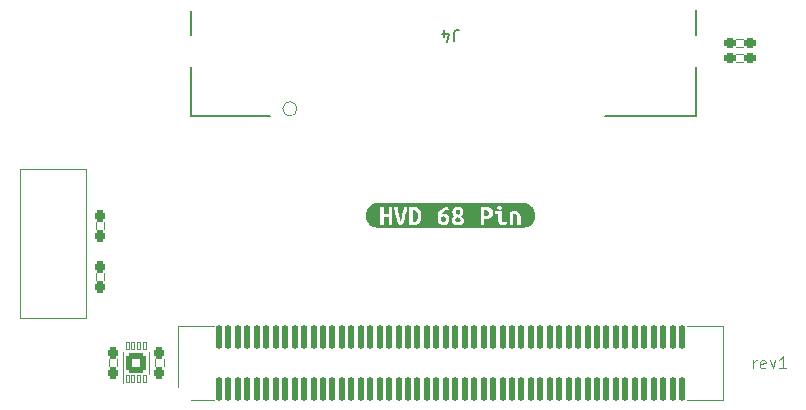
<source format=gto>
G04 #@! TF.GenerationSoftware,KiCad,Pcbnew,8.0.6*
G04 #@! TF.CreationDate,2024-11-07T02:27:06-08:00*
G04 #@! TF.ProjectId,hvd-68-vhdci,6876642d-3638-42d7-9668-6463692e6b69,1*
G04 #@! TF.SameCoordinates,Original*
G04 #@! TF.FileFunction,Legend,Top*
G04 #@! TF.FilePolarity,Positive*
%FSLAX46Y46*%
G04 Gerber Fmt 4.6, Leading zero omitted, Abs format (unit mm)*
G04 Created by KiCad (PCBNEW 8.0.6) date 2024-11-07 02:27:06*
%MOMM*%
%LPD*%
G01*
G04 APERTURE LIST*
G04 Aperture macros list*
%AMRoundRect*
0 Rectangle with rounded corners*
0 $1 Rounding radius*
0 $2 $3 $4 $5 $6 $7 $8 $9 X,Y pos of 4 corners*
0 Add a 4 corners polygon primitive as box body*
4,1,4,$2,$3,$4,$5,$6,$7,$8,$9,$2,$3,0*
0 Add four circle primitives for the rounded corners*
1,1,$1+$1,$2,$3*
1,1,$1+$1,$4,$5*
1,1,$1+$1,$6,$7*
1,1,$1+$1,$8,$9*
0 Add four rect primitives between the rounded corners*
20,1,$1+$1,$2,$3,$4,$5,0*
20,1,$1+$1,$4,$5,$6,$7,0*
20,1,$1+$1,$6,$7,$8,$9,0*
20,1,$1+$1,$8,$9,$2,$3,0*%
G04 Aperture macros list end*
%ADD10C,0.100000*%
%ADD11C,0.150000*%
%ADD12C,0.120000*%
%ADD13C,0.127000*%
%ADD14C,0.000000*%
%ADD15C,0.800000*%
%ADD16C,1.200000*%
%ADD17RoundRect,0.125000X0.125000X0.925000X-0.125000X0.925000X-0.125000X-0.925000X0.125000X-0.925000X0*%
%ADD18RoundRect,0.225000X0.225000X-0.275000X0.225000X0.275000X-0.225000X0.275000X-0.225000X-0.275000X0*%
%ADD19RoundRect,0.225000X-0.225000X0.275000X-0.225000X-0.275000X0.225000X-0.275000X0.225000X0.275000X0*%
%ADD20C,1.100000*%
%ADD21O,1.500000X2.350000*%
%ADD22O,1.200000X1.800000*%
%ADD23C,6.500000*%
%ADD24RoundRect,0.225000X0.275000X0.225000X-0.275000X0.225000X-0.275000X-0.225000X0.275000X-0.225000X0*%
%ADD25RoundRect,0.062500X0.137500X-0.287500X0.137500X0.287500X-0.137500X0.287500X-0.137500X-0.287500X0*%
%ADD26RoundRect,0.265625X0.584375X-0.584375X0.584375X0.584375X-0.584375X0.584375X-0.584375X-0.584375X0*%
%ADD27C,2.300000*%
%ADD28C,2.700000*%
%ADD29C,1.950000*%
%ADD30RoundRect,0.225000X-0.275000X-0.225000X0.275000X-0.225000X0.275000X0.225000X-0.275000X0.225000X0*%
G04 APERTURE END LIST*
D10*
X-11857143Y3542581D02*
X-11857143Y4209248D01*
X-11857143Y4018772D02*
X-11809524Y4114010D01*
X-11809524Y4114010D02*
X-11761905Y4161629D01*
X-11761905Y4161629D02*
X-11666667Y4209248D01*
X-11666667Y4209248D02*
X-11571429Y4209248D01*
X-10857143Y3590200D02*
X-10952381Y3542581D01*
X-10952381Y3542581D02*
X-11142857Y3542581D01*
X-11142857Y3542581D02*
X-11238095Y3590200D01*
X-11238095Y3590200D02*
X-11285714Y3685439D01*
X-11285714Y3685439D02*
X-11285714Y4066391D01*
X-11285714Y4066391D02*
X-11238095Y4161629D01*
X-11238095Y4161629D02*
X-11142857Y4209248D01*
X-11142857Y4209248D02*
X-10952381Y4209248D01*
X-10952381Y4209248D02*
X-10857143Y4161629D01*
X-10857143Y4161629D02*
X-10809524Y4066391D01*
X-10809524Y4066391D02*
X-10809524Y3971153D01*
X-10809524Y3971153D02*
X-11285714Y3875915D01*
X-10476190Y4209248D02*
X-10238095Y3542581D01*
X-10238095Y3542581D02*
X-10000000Y4209248D01*
X-9095238Y3542581D02*
X-9666666Y3542581D01*
X-9380952Y3542581D02*
X-9380952Y4542581D01*
X-9380952Y4542581D02*
X-9476190Y4399724D01*
X-9476190Y4399724D02*
X-9571428Y4304486D01*
X-9571428Y4304486D02*
X-9666666Y4256867D01*
D11*
X-37166667Y31219820D02*
X-37166667Y31934105D01*
X-37166667Y31934105D02*
X-37119048Y32076962D01*
X-37119048Y32076962D02*
X-37023810Y32172200D01*
X-37023810Y32172200D02*
X-36880953Y32219820D01*
X-36880953Y32219820D02*
X-36785715Y32219820D01*
X-38071429Y31553153D02*
X-38071429Y32219820D01*
X-37833334Y31172200D02*
X-37595239Y31886486D01*
X-37595239Y31886486D02*
X-38214286Y31886486D01*
D12*
G04 #@! TO.C,J1*
X-60600001Y7100000D02*
X-60600000Y2000000D01*
X-60600001Y7100000D02*
X-57500001Y7100000D01*
X-59500000Y900000D02*
X-57500001Y900000D01*
X-17499999Y7100000D02*
X-14399999Y7100000D01*
X-17499999Y900000D02*
X-14399999Y900000D01*
X-14399999Y7100000D02*
X-14399999Y900000D01*
D10*
G04 #@! TO.C,R3*
X-67549999Y11600000D02*
X-67549999Y11000000D01*
X-66850001Y11000000D02*
X-66850001Y11600000D01*
G04 #@! TO.C,R2*
X-67549999Y15900000D02*
X-67549999Y15300000D01*
X-66850001Y15300000D02*
X-66850001Y15900000D01*
G04 #@! TO.C,C1*
X-66399999Y3700000D02*
X-66399999Y4300000D01*
X-65700001Y4300000D02*
X-65700001Y3700000D01*
D13*
G04 #@! TO.C,J4*
X-59450000Y33765000D02*
X-59450000Y31765000D01*
X-59450000Y29065000D02*
X-59450000Y24865000D01*
X-59450000Y24865000D02*
X-52750000Y24865000D01*
X-24450000Y24865000D02*
X-16750000Y24865000D01*
X-16750000Y31765000D02*
X-16750000Y33865000D01*
X-16750000Y24865000D02*
X-16750000Y29065000D01*
D10*
X-50500000Y25515000D02*
G75*
G02*
X-51700000Y25515000I-600000J0D01*
G01*
X-51700000Y25515000D02*
G75*
G02*
X-50500000Y25515000I600000J0D01*
G01*
D14*
G04 #@! TO.C,kibuzzard-672C63B8*
G36*
X-36740307Y16933764D02*
G01*
X-36683360Y16806543D01*
X-36714863Y16676898D01*
X-36821486Y16554523D01*
X-36940832Y16611470D01*
X-37017771Y16665994D01*
X-37073506Y16804120D01*
X-37014136Y16932553D01*
X-36877221Y16976171D01*
X-36740307Y16933764D01*
G37*
G36*
X-36821486Y16291599D02*
G01*
X-36718498Y16231018D01*
X-36660339Y16164378D01*
X-36642165Y16079564D01*
X-36706381Y15954766D01*
X-36879645Y15902666D01*
X-37043215Y15952342D01*
X-37112278Y16098950D01*
X-37075929Y16231018D01*
X-36971729Y16355816D01*
X-36821486Y16291599D01*
G37*
G36*
X-34376111Y16931038D02*
G01*
X-34292811Y16890145D01*
X-34239196Y16816539D01*
X-34221325Y16704766D01*
X-34239499Y16586935D01*
X-34294023Y16509693D01*
X-34384289Y16466983D01*
X-34509693Y16452746D01*
X-34630856Y16452746D01*
X-34630856Y16937399D01*
X-34556947Y16943457D01*
X-34483037Y16944669D01*
X-34376111Y16931038D01*
G37*
G36*
X-40439418Y16902262D02*
G01*
X-40340065Y16789580D01*
X-40289176Y16627221D01*
X-40274637Y16438207D01*
X-40279180Y16331280D01*
X-40292811Y16233441D01*
X-40353393Y16072294D01*
X-40464863Y15965670D01*
X-40635703Y15926898D01*
X-40662359Y15926898D01*
X-40689015Y15929321D01*
X-40689015Y16937399D01*
X-40645396Y16943457D01*
X-40601777Y16944669D01*
X-40439418Y16902262D01*
G37*
G36*
X-38003433Y16383986D02*
G01*
X-37933764Y16337641D01*
X-37882876Y16161955D01*
X-37893780Y16077141D01*
X-37927706Y15997173D01*
X-37987076Y15936591D01*
X-38074313Y15912359D01*
X-38179725Y15942649D01*
X-38246365Y16023829D01*
X-38280291Y16138934D01*
X-38289984Y16273425D01*
X-38288772Y16319467D01*
X-38285137Y16363086D01*
X-38205170Y16389742D01*
X-38110662Y16399435D01*
X-38003433Y16383986D01*
G37*
G36*
X-31263343Y17541407D02*
G01*
X-31161761Y17526339D01*
X-31062146Y17501386D01*
X-30965455Y17466790D01*
X-30872622Y17422883D01*
X-30784539Y17370088D01*
X-30702055Y17308914D01*
X-30625964Y17239949D01*
X-30556999Y17163858D01*
X-30495825Y17081374D01*
X-30443030Y16993291D01*
X-30399123Y16900458D01*
X-30364526Y16803767D01*
X-30339574Y16704151D01*
X-30324506Y16602570D01*
X-30319467Y16500000D01*
X-30324506Y16397430D01*
X-30339574Y16295849D01*
X-30364526Y16196233D01*
X-30399123Y16099542D01*
X-30443030Y16006709D01*
X-30495825Y15918626D01*
X-30556999Y15836142D01*
X-30625964Y15760051D01*
X-30702055Y15691086D01*
X-30784539Y15629912D01*
X-30872622Y15577117D01*
X-30965455Y15533210D01*
X-31062146Y15498614D01*
X-31161761Y15473661D01*
X-31263343Y15458593D01*
X-31365913Y15453554D01*
X-31567851Y15453554D01*
X-33038772Y15453554D01*
X-34630856Y15453554D01*
X-36884491Y15453554D01*
X-38067044Y15453554D01*
X-40667205Y15453554D01*
X-41878837Y15453554D01*
X-42438611Y15453554D01*
X-43432149Y15453554D01*
X-43634087Y15453554D01*
X-43736657Y15458593D01*
X-43838239Y15473661D01*
X-43937854Y15498614D01*
X-44034545Y15533210D01*
X-44127378Y15577117D01*
X-44215461Y15629912D01*
X-44292429Y15686995D01*
X-43432149Y15686995D01*
X-43134087Y15686995D01*
X-43134087Y16348546D01*
X-42736672Y16348546D01*
X-42736672Y15686995D01*
X-42438611Y15686995D01*
X-42438611Y17186995D01*
X-42298061Y17186995D01*
X-42270194Y17051292D01*
X-42230210Y16881664D01*
X-42198169Y16754712D01*
X-42163436Y16622644D01*
X-42126010Y16485460D01*
X-42086430Y16345584D01*
X-42045234Y16205439D01*
X-42002423Y16065024D01*
X-41938813Y15865105D01*
X-41878837Y15686995D01*
X-41571082Y15686995D01*
X-41524771Y15816101D01*
X-41479537Y15948169D01*
X-41435380Y16083199D01*
X-41392973Y16218901D01*
X-41352989Y16352989D01*
X-41315428Y16485460D01*
X-41263934Y16678413D01*
X-41218498Y16862278D01*
X-41179422Y17033118D01*
X-41151094Y17167609D01*
X-40987076Y17167609D01*
X-40987076Y15703958D01*
X-40823506Y15676090D01*
X-40667205Y15667609D01*
X-40520901Y15678211D01*
X-40387318Y15710016D01*
X-40268881Y15764842D01*
X-40168013Y15844507D01*
X-40085925Y15950222D01*
X-40023829Y16083199D01*
X-39984754Y16245254D01*
X-39981053Y16300081D01*
X-38583199Y16300081D01*
X-38568525Y16098277D01*
X-38524502Y15935514D01*
X-38451131Y15811793D01*
X-38349758Y15724960D01*
X-38221729Y15672859D01*
X-38067044Y15655493D01*
X-37951939Y15667306D01*
X-37853796Y15702746D01*
X-37705977Y15825121D01*
X-37619952Y15989903D01*
X-37608499Y16062601D01*
X-37390953Y16062601D01*
X-37354604Y15891761D01*
X-37251616Y15763328D01*
X-37091680Y15683360D01*
X-36993235Y15662460D01*
X-36884491Y15655493D01*
X-36750606Y15665186D01*
X-36639742Y15694265D01*
X-36478595Y15792407D01*
X-36388934Y15926898D01*
X-36361066Y16074717D01*
X-36375303Y16183764D01*
X-36418013Y16283118D01*
X-36495254Y16373990D01*
X-36613086Y16457593D01*
X-36518578Y16533623D01*
X-36453150Y16626010D01*
X-36414984Y16727484D01*
X-36402262Y16830775D01*
X-36434067Y16991922D01*
X-36529483Y17116721D01*
X-36624514Y17167609D01*
X-34928918Y17167609D01*
X-34928918Y15686995D01*
X-34630856Y15686995D01*
X-34630856Y16193457D01*
X-34524233Y16193457D01*
X-34345046Y16206785D01*
X-34195207Y16246769D01*
X-34074717Y16313409D01*
X-33986537Y16409935D01*
X-33933630Y16539580D01*
X-33915994Y16702342D01*
X-33929416Y16825929D01*
X-33760905Y16825929D01*
X-33760905Y16578756D01*
X-33445880Y16578756D01*
X-33445880Y16159532D01*
X-33441034Y16047456D01*
X-33426494Y15948708D01*
X-33359855Y15792407D01*
X-33233845Y15694265D01*
X-33145699Y15668821D01*
X-33038772Y15660339D01*
X-32889742Y15676090D01*
X-32716478Y15735460D01*
X-32755250Y15975363D01*
X-32886107Y15930533D01*
X-32985460Y15919628D01*
X-33110258Y15969305D01*
X-33147819Y16120759D01*
X-33147819Y16789580D01*
X-32483845Y16789580D01*
X-32483845Y15686995D01*
X-32185784Y15686995D01*
X-32185784Y16581179D01*
X-32116721Y16588449D01*
X-32050081Y16590872D01*
X-31902262Y16520598D01*
X-31875000Y16427908D01*
X-31865913Y16290388D01*
X-31865913Y15686995D01*
X-31567851Y15686995D01*
X-31567851Y16329160D01*
X-31573304Y16440327D01*
X-31589661Y16541195D01*
X-31663570Y16705977D01*
X-31805331Y16812601D01*
X-31906502Y16840771D01*
X-32030695Y16850162D01*
X-32163671Y16845315D01*
X-32286349Y16830775D01*
X-32394487Y16810784D01*
X-32483845Y16789580D01*
X-33147819Y16789580D01*
X-33147819Y16825929D01*
X-33348950Y16825929D01*
X-33760905Y16825929D01*
X-33929416Y16825929D01*
X-33933495Y16863489D01*
X-33985999Y16991519D01*
X-34073506Y17086430D01*
X-34192784Y17151723D01*
X-34197863Y17153069D01*
X-33535541Y17153069D01*
X-33481018Y17014943D01*
X-33348950Y16964055D01*
X-33215670Y17014943D01*
X-33159935Y17153069D01*
X-33215670Y17293619D01*
X-33348950Y17344507D01*
X-33481018Y17293619D01*
X-33535541Y17153069D01*
X-34197863Y17153069D01*
X-34340603Y17190899D01*
X-34516963Y17203958D01*
X-34611470Y17201535D01*
X-34720517Y17195477D01*
X-34830775Y17184572D01*
X-34928918Y17167609D01*
X-36624514Y17167609D01*
X-36678817Y17196688D01*
X-36872375Y17223344D01*
X-36997173Y17213045D01*
X-37100162Y17182149D01*
X-37247981Y17077948D01*
X-37329160Y16936187D01*
X-37354604Y16784733D01*
X-37315832Y16610258D01*
X-37260097Y16530291D01*
X-37170436Y16455170D01*
X-37269184Y16371870D01*
X-37337641Y16277060D01*
X-37377625Y16173162D01*
X-37390953Y16062601D01*
X-37608499Y16062601D01*
X-37592084Y16166801D01*
X-37617528Y16350969D01*
X-37701131Y16503635D01*
X-37850162Y16607835D01*
X-37951030Y16636914D01*
X-38071890Y16646607D01*
X-38149435Y16635703D01*
X-38239095Y16605412D01*
X-38155493Y16762924D01*
X-38021002Y16865913D01*
X-37851373Y16922859D01*
X-37662359Y16942246D01*
X-37679321Y17196688D01*
X-37873788Y17182149D01*
X-38050081Y17138530D01*
X-38205170Y17066438D01*
X-38336026Y16966478D01*
X-38441135Y16839257D01*
X-38518982Y16685380D01*
X-38567145Y16505452D01*
X-38583199Y16300081D01*
X-39981053Y16300081D01*
X-39971729Y16438207D01*
X-39983542Y16626918D01*
X-40018982Y16785945D01*
X-40075626Y16917407D01*
X-40151050Y17023425D01*
X-40245254Y17104301D01*
X-40358239Y17160339D01*
X-40486975Y17193053D01*
X-40628433Y17203958D01*
X-40795638Y17196688D01*
X-40987076Y17167609D01*
X-41151094Y17167609D01*
X-41147011Y17186995D01*
X-41459612Y17186995D01*
X-41481422Y17060985D01*
X-41508078Y16915590D01*
X-41538368Y16758380D01*
X-41571082Y16596931D01*
X-41606220Y16434572D01*
X-41643780Y16274637D01*
X-41682553Y16124697D01*
X-41721325Y15992326D01*
X-41760400Y16126515D01*
X-41800081Y16277060D01*
X-41838853Y16436995D01*
X-41875202Y16599354D01*
X-41908825Y16760501D01*
X-41939418Y16916801D01*
X-41964863Y17061288D01*
X-41983037Y17186995D01*
X-42298061Y17186995D01*
X-42438611Y17186995D01*
X-42736672Y17186995D01*
X-42736672Y16595719D01*
X-43134087Y16595719D01*
X-43134087Y17186995D01*
X-43432149Y17186995D01*
X-43432149Y15686995D01*
X-44292429Y15686995D01*
X-44297945Y15691086D01*
X-44374036Y15760051D01*
X-44443001Y15836142D01*
X-44504175Y15918626D01*
X-44556970Y16006709D01*
X-44600877Y16099542D01*
X-44635474Y16196233D01*
X-44660426Y16295849D01*
X-44675494Y16397430D01*
X-44680533Y16500000D01*
X-44675494Y16602570D01*
X-44660426Y16704151D01*
X-44635474Y16803767D01*
X-44600877Y16900458D01*
X-44556970Y16993291D01*
X-44504175Y17081374D01*
X-44443001Y17163858D01*
X-44374036Y17239949D01*
X-44297945Y17308914D01*
X-44215461Y17370088D01*
X-44127378Y17422883D01*
X-44034545Y17466790D01*
X-43937854Y17501386D01*
X-43838239Y17526339D01*
X-43736657Y17541407D01*
X-43634087Y17546446D01*
X-43432149Y17546446D01*
X-31567851Y17546446D01*
X-31365913Y17546446D01*
X-31263343Y17541407D01*
G37*
D10*
G04 #@! TO.C,R4*
X-13300000Y29450001D02*
X-12700000Y29450001D01*
X-12700000Y30149999D02*
X-13300000Y30149999D01*
G04 #@! TO.C,R1*
X-62499999Y4300000D02*
X-62499999Y3700000D01*
X-61800001Y3700000D02*
X-61800001Y4300000D01*
G04 #@! TO.C,U1*
X-65200000Y2300000D02*
X-65200000Y4950000D01*
X-63000000Y4950000D02*
X-63000000Y3050000D01*
G04 #@! TO.C,J3*
X-68370000Y7770001D02*
X-73969999Y7770000D01*
X-73969999Y20440000D01*
X-68369999Y20440000D01*
X-68370000Y7770001D01*
G04 #@! TO.C,C2*
X-13300000Y31449999D02*
X-12700000Y31449999D01*
X-12700000Y30750001D02*
X-13300000Y30750001D01*
G04 #@! TD*
%LPC*%
D15*
G04 #@! TO.C,J1*
X-15400000Y4000000D03*
D16*
X-59600000Y4000000D03*
D17*
X-57100000Y1800000D03*
X-57100000Y6200000D03*
X-56300000Y1800001D03*
X-56300000Y6199999D03*
X-55500000Y1800000D03*
X-55500000Y6200000D03*
X-54700001Y1800000D03*
X-54700001Y6200000D03*
X-53900000Y1800000D03*
X-53900000Y6200000D03*
X-53100000Y1800000D03*
X-53100000Y6200000D03*
X-52299999Y1800000D03*
X-52299999Y6200000D03*
X-51500000Y1800000D03*
X-51500000Y6200000D03*
X-50700000Y1800001D03*
X-50700000Y6199999D03*
X-49900000Y1800000D03*
X-49900000Y6200000D03*
X-49100000Y1800000D03*
X-49100000Y6200000D03*
X-48300000Y1800000D03*
X-48300000Y6200000D03*
X-47500000Y1800000D03*
X-47500000Y6200000D03*
X-46699999Y1800000D03*
X-46699999Y6200000D03*
X-45900000Y1800000D03*
X-45900000Y6200000D03*
X-45100000Y1800001D03*
X-45100000Y6199999D03*
X-44300000Y1800000D03*
X-44300000Y6200000D03*
X-43500000Y1800000D03*
X-43500000Y6200000D03*
X-42700000Y1800000D03*
X-42700000Y6200000D03*
X-41900000Y1800000D03*
X-41900000Y6200000D03*
X-41099999Y1800000D03*
X-41099999Y6200000D03*
X-40300000Y1800000D03*
X-40300000Y6200000D03*
X-39500000Y1800001D03*
X-39500000Y6199999D03*
X-38700000Y1800000D03*
X-38700000Y6200000D03*
X-37900000Y1800000D03*
X-37900000Y6200000D03*
X-37100000Y1800000D03*
X-37100000Y6200000D03*
X-36300000Y1800000D03*
X-36300000Y6200000D03*
X-35500000Y1800001D03*
X-35500000Y6199999D03*
X-34700000Y1800000D03*
X-34700000Y6200000D03*
X-33900001Y1800000D03*
X-33900001Y6200000D03*
X-33100000Y1800000D03*
X-33100000Y6200000D03*
X-32300000Y1800000D03*
X-32300000Y6200000D03*
X-31500000Y1800000D03*
X-31500000Y6200000D03*
X-30700000Y1800000D03*
X-30700000Y6200000D03*
X-29900000Y1800001D03*
X-29900000Y6199999D03*
X-29100000Y1800000D03*
X-29100000Y6200000D03*
X-28300001Y1800000D03*
X-28300001Y6200000D03*
X-27500000Y1800000D03*
X-27500000Y6200000D03*
X-26700000Y1800000D03*
X-26700000Y6200000D03*
X-25900000Y1800000D03*
X-25900000Y6200000D03*
X-25100000Y1800000D03*
X-25100000Y6200000D03*
X-24300000Y1800001D03*
X-24300000Y6199999D03*
X-23500000Y1800000D03*
X-23500000Y6200000D03*
X-22700001Y1800000D03*
X-22700001Y6200000D03*
X-21900000Y1800000D03*
X-21900000Y6200000D03*
X-21100000Y1800000D03*
X-21100000Y6200000D03*
X-20299999Y1800000D03*
X-20299999Y6200000D03*
X-19500000Y1800000D03*
X-19500000Y6200000D03*
X-18700000Y1800001D03*
X-18700000Y6199999D03*
X-17900000Y1800000D03*
X-17900000Y6200000D03*
G04 #@! TD*
D18*
G04 #@! TO.C,R3*
X-67200000Y10450000D03*
X-67200000Y12150000D03*
G04 #@! TD*
D19*
G04 #@! TO.C,R2*
X-67200000Y16450000D03*
X-67200000Y14750000D03*
G04 #@! TD*
D18*
G04 #@! TO.C,C1*
X-66050000Y3150000D03*
X-66050000Y4850000D03*
G04 #@! TD*
D20*
G04 #@! TO.C,J4*
X-51100000Y25515000D03*
X-50300000Y26665000D03*
X-49500000Y25515000D03*
X-48700000Y26665000D03*
X-47900000Y25515000D03*
X-47100000Y26665000D03*
X-46300000Y25515000D03*
X-45500000Y26665000D03*
X-44700000Y25515000D03*
X-43900000Y26665000D03*
X-43100000Y25515000D03*
X-42300000Y26665000D03*
X-41500000Y25515000D03*
X-40700000Y26665000D03*
X-39900000Y25515000D03*
X-39100000Y26665000D03*
X-38300000Y25515000D03*
X-37500000Y26665000D03*
X-36700000Y25515000D03*
X-35900000Y26665000D03*
X-35100000Y25515000D03*
X-34300000Y26665000D03*
X-33500000Y25515000D03*
X-32700000Y26665000D03*
X-31900000Y25515000D03*
X-31100000Y26665000D03*
X-30300000Y25515000D03*
X-29500000Y26665000D03*
X-28700000Y25515000D03*
X-27900000Y26665000D03*
X-27100000Y25515000D03*
X-26300000Y26665000D03*
X-25500000Y25515000D03*
X-24700000Y26665000D03*
X-51500000Y27865000D03*
X-50700000Y29015000D03*
X-49900000Y27865000D03*
X-49100000Y29015000D03*
X-48300000Y27865000D03*
X-47500000Y29015000D03*
X-46700000Y27865000D03*
X-45900000Y29015000D03*
X-45100000Y27865000D03*
X-44300000Y29015000D03*
X-43500000Y27865000D03*
X-42700000Y29015000D03*
X-41900000Y27865000D03*
X-41100000Y29015000D03*
X-40300000Y27865000D03*
X-39500000Y29015000D03*
X-38700000Y27865000D03*
X-37900000Y29015000D03*
X-37100000Y27865000D03*
X-36300000Y29015000D03*
X-35500000Y27865000D03*
X-34700000Y29015000D03*
X-33900000Y27865000D03*
X-33100000Y29015000D03*
X-32300000Y27865000D03*
X-31500000Y29015000D03*
X-30700000Y27865000D03*
X-29900000Y29015000D03*
X-29100000Y27865000D03*
X-28300000Y29015000D03*
X-27500000Y27865000D03*
X-26700000Y29015000D03*
X-25900000Y27865000D03*
X-25100000Y29015000D03*
D21*
X-16950000Y30395000D03*
D22*
X-21925000Y27765000D03*
X-54275000Y27765000D03*
D21*
X-59250000Y30395000D03*
G04 #@! TD*
D23*
G04 #@! TO.C,H4*
X-4000000Y4000000D03*
G04 #@! TD*
D24*
G04 #@! TO.C,R4*
X-12150000Y29800000D03*
X-13850000Y29800000D03*
G04 #@! TD*
D18*
G04 #@! TO.C,R1*
X-62150000Y3150000D03*
X-62150000Y4850000D03*
G04 #@! TD*
D25*
G04 #@! TO.C,U1*
X-64850001Y2600000D03*
X-64350000Y2600000D03*
X-63850000Y2600000D03*
X-63349999Y2600000D03*
X-63349999Y5400000D03*
X-63850000Y5400000D03*
X-64350000Y5400000D03*
X-64850001Y5400000D03*
D26*
X-64100000Y4000000D03*
G04 #@! TD*
D27*
G04 #@! TO.C,J3*
X-72440000Y10870000D03*
D28*
X-69900000Y17340000D03*
D29*
X-72440000Y16010000D03*
X-69900000Y14740000D03*
X-72440000Y13470000D03*
X-69900000Y12200000D03*
G04 #@! TD*
D23*
G04 #@! TO.C,H3*
X-71000000Y4000000D03*
G04 #@! TD*
D30*
G04 #@! TO.C,C2*
X-13850000Y31100000D03*
X-12150000Y31100000D03*
G04 #@! TD*
G36*
X-56961Y21530315D02*
G01*
X-11206Y21477511D01*
X0Y21426000D01*
X0Y12474000D01*
X-19685Y12406961D01*
X-72489Y12361206D01*
X-124000Y12350000D01*
X-2376000Y12350000D01*
X-2443039Y12369685D01*
X-2488794Y12422489D01*
X-2500000Y12474000D01*
X-2500000Y21426000D01*
X-2480315Y21493039D01*
X-2427511Y21538794D01*
X-2376000Y21550000D01*
X-124000Y21550000D01*
X-56961Y21530315D01*
G37*
%LPD*%
M02*

</source>
